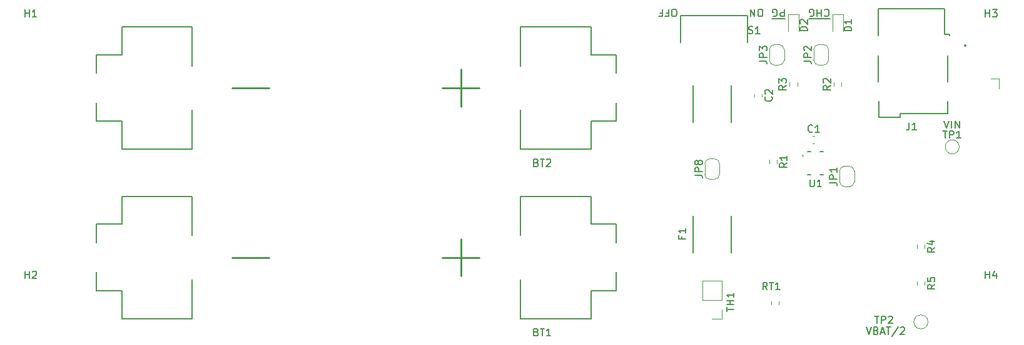
<source format=gbr>
%TF.GenerationSoftware,KiCad,Pcbnew,8.0.5*%
%TF.CreationDate,2024-11-12T19:59:19-08:00*%
%TF.ProjectId,newbatt,6e657762-6174-4742-9e6b-696361645f70,3*%
%TF.SameCoordinates,Original*%
%TF.FileFunction,Legend,Top*%
%TF.FilePolarity,Positive*%
%FSLAX46Y46*%
G04 Gerber Fmt 4.6, Leading zero omitted, Abs format (unit mm)*
G04 Created by KiCad (PCBNEW 8.0.5) date 2024-11-12 19:59:19*
%MOMM*%
%LPD*%
G01*
G04 APERTURE LIST*
%ADD10C,0.250000*%
%ADD11C,0.150000*%
%ADD12C,0.120000*%
%ADD13C,0.127000*%
%ADD14C,0.200000*%
%ADD15C,0.152400*%
G04 APERTURE END LIST*
D10*
X77750000Y-46500000D02*
X77750000Y-51500000D01*
X75250000Y-26000000D02*
X80250000Y-26000000D01*
X46750000Y-49000000D02*
X51750000Y-49000000D01*
X46750000Y-26000000D02*
X51750000Y-26000000D01*
X75250000Y-49000000D02*
X80250000Y-49000000D01*
X77750000Y-23500000D02*
X77750000Y-28500000D01*
D11*
X106702380Y-16295180D02*
X106511904Y-16295180D01*
X106511904Y-16295180D02*
X106416666Y-16247561D01*
X106416666Y-16247561D02*
X106321428Y-16152323D01*
X106321428Y-16152323D02*
X106273809Y-15961847D01*
X106273809Y-15961847D02*
X106273809Y-15628514D01*
X106273809Y-15628514D02*
X106321428Y-15438038D01*
X106321428Y-15438038D02*
X106416666Y-15342800D01*
X106416666Y-15342800D02*
X106511904Y-15295180D01*
X106511904Y-15295180D02*
X106702380Y-15295180D01*
X106702380Y-15295180D02*
X106797618Y-15342800D01*
X106797618Y-15342800D02*
X106892856Y-15438038D01*
X106892856Y-15438038D02*
X106940475Y-15628514D01*
X106940475Y-15628514D02*
X106940475Y-15961847D01*
X106940475Y-15961847D02*
X106892856Y-16152323D01*
X106892856Y-16152323D02*
X106797618Y-16247561D01*
X106797618Y-16247561D02*
X106702380Y-16295180D01*
X105511904Y-15818990D02*
X105845237Y-15818990D01*
X105845237Y-15295180D02*
X105845237Y-16295180D01*
X105845237Y-16295180D02*
X105369047Y-16295180D01*
X104654761Y-15818990D02*
X104988094Y-15818990D01*
X104988094Y-15295180D02*
X104988094Y-16295180D01*
X104988094Y-16295180D02*
X104511904Y-16295180D01*
X132607143Y-58454819D02*
X132940476Y-59454819D01*
X132940476Y-59454819D02*
X133273809Y-58454819D01*
X133940476Y-58931009D02*
X134083333Y-58978628D01*
X134083333Y-58978628D02*
X134130952Y-59026247D01*
X134130952Y-59026247D02*
X134178571Y-59121485D01*
X134178571Y-59121485D02*
X134178571Y-59264342D01*
X134178571Y-59264342D02*
X134130952Y-59359580D01*
X134130952Y-59359580D02*
X134083333Y-59407200D01*
X134083333Y-59407200D02*
X133988095Y-59454819D01*
X133988095Y-59454819D02*
X133607143Y-59454819D01*
X133607143Y-59454819D02*
X133607143Y-58454819D01*
X133607143Y-58454819D02*
X133940476Y-58454819D01*
X133940476Y-58454819D02*
X134035714Y-58502438D01*
X134035714Y-58502438D02*
X134083333Y-58550057D01*
X134083333Y-58550057D02*
X134130952Y-58645295D01*
X134130952Y-58645295D02*
X134130952Y-58740533D01*
X134130952Y-58740533D02*
X134083333Y-58835771D01*
X134083333Y-58835771D02*
X134035714Y-58883390D01*
X134035714Y-58883390D02*
X133940476Y-58931009D01*
X133940476Y-58931009D02*
X133607143Y-58931009D01*
X134559524Y-59169104D02*
X135035714Y-59169104D01*
X134464286Y-59454819D02*
X134797619Y-58454819D01*
X134797619Y-58454819D02*
X135130952Y-59454819D01*
X135321429Y-58454819D02*
X135892857Y-58454819D01*
X135607143Y-59454819D02*
X135607143Y-58454819D01*
X136940476Y-58407200D02*
X136083334Y-59692914D01*
X137226191Y-58550057D02*
X137273810Y-58502438D01*
X137273810Y-58502438D02*
X137369048Y-58454819D01*
X137369048Y-58454819D02*
X137607143Y-58454819D01*
X137607143Y-58454819D02*
X137702381Y-58502438D01*
X137702381Y-58502438D02*
X137750000Y-58550057D01*
X137750000Y-58550057D02*
X137797619Y-58645295D01*
X137797619Y-58645295D02*
X137797619Y-58740533D01*
X137797619Y-58740533D02*
X137750000Y-58883390D01*
X137750000Y-58883390D02*
X137178572Y-59454819D01*
X137178572Y-59454819D02*
X137797619Y-59454819D01*
X126964285Y-15390419D02*
X127011904Y-15342800D01*
X127011904Y-15342800D02*
X127154761Y-15295180D01*
X127154761Y-15295180D02*
X127249999Y-15295180D01*
X127249999Y-15295180D02*
X127392856Y-15342800D01*
X127392856Y-15342800D02*
X127488094Y-15438038D01*
X127488094Y-15438038D02*
X127535713Y-15533276D01*
X127535713Y-15533276D02*
X127583332Y-15723752D01*
X127583332Y-15723752D02*
X127583332Y-15866609D01*
X127583332Y-15866609D02*
X127535713Y-16057085D01*
X127535713Y-16057085D02*
X127488094Y-16152323D01*
X127488094Y-16152323D02*
X127392856Y-16247561D01*
X127392856Y-16247561D02*
X127249999Y-16295180D01*
X127249999Y-16295180D02*
X127154761Y-16295180D01*
X127154761Y-16295180D02*
X127011904Y-16247561D01*
X127011904Y-16247561D02*
X126964285Y-16199942D01*
X126535713Y-15295180D02*
X126535713Y-16295180D01*
X126535713Y-15818990D02*
X125964285Y-15818990D01*
X125964285Y-15295180D02*
X125964285Y-16295180D01*
X124964285Y-16247561D02*
X125059523Y-16295180D01*
X125059523Y-16295180D02*
X125202380Y-16295180D01*
X125202380Y-16295180D02*
X125345237Y-16247561D01*
X125345237Y-16247561D02*
X125440475Y-16152323D01*
X125440475Y-16152323D02*
X125488094Y-16057085D01*
X125488094Y-16057085D02*
X125535713Y-15866609D01*
X125535713Y-15866609D02*
X125535713Y-15723752D01*
X125535713Y-15723752D02*
X125488094Y-15533276D01*
X125488094Y-15533276D02*
X125440475Y-15438038D01*
X125440475Y-15438038D02*
X125345237Y-15342800D01*
X125345237Y-15342800D02*
X125202380Y-15295180D01*
X125202380Y-15295180D02*
X125107142Y-15295180D01*
X125107142Y-15295180D02*
X124964285Y-15342800D01*
X124964285Y-15342800D02*
X124916666Y-15390419D01*
X124916666Y-15390419D02*
X124916666Y-15723752D01*
X124916666Y-15723752D02*
X125107142Y-15723752D01*
X127673809Y-16572800D02*
X124826190Y-16572800D01*
X143154762Y-30454819D02*
X143488095Y-31454819D01*
X143488095Y-31454819D02*
X143821428Y-30454819D01*
X144154762Y-31454819D02*
X144154762Y-30454819D01*
X144630952Y-31454819D02*
X144630952Y-30454819D01*
X144630952Y-30454819D02*
X145202380Y-31454819D01*
X145202380Y-31454819D02*
X145202380Y-30454819D01*
X118369047Y-16295180D02*
X118178571Y-16295180D01*
X118178571Y-16295180D02*
X118083333Y-16247561D01*
X118083333Y-16247561D02*
X117988095Y-16152323D01*
X117988095Y-16152323D02*
X117940476Y-15961847D01*
X117940476Y-15961847D02*
X117940476Y-15628514D01*
X117940476Y-15628514D02*
X117988095Y-15438038D01*
X117988095Y-15438038D02*
X118083333Y-15342800D01*
X118083333Y-15342800D02*
X118178571Y-15295180D01*
X118178571Y-15295180D02*
X118369047Y-15295180D01*
X118369047Y-15295180D02*
X118464285Y-15342800D01*
X118464285Y-15342800D02*
X118559523Y-15438038D01*
X118559523Y-15438038D02*
X118607142Y-15628514D01*
X118607142Y-15628514D02*
X118607142Y-15961847D01*
X118607142Y-15961847D02*
X118559523Y-16152323D01*
X118559523Y-16152323D02*
X118464285Y-16247561D01*
X118464285Y-16247561D02*
X118369047Y-16295180D01*
X117511904Y-15295180D02*
X117511904Y-16295180D01*
X117511904Y-16295180D02*
X116940476Y-15295180D01*
X116940476Y-15295180D02*
X116940476Y-16295180D01*
X121511904Y-15295180D02*
X121511904Y-16295180D01*
X121511904Y-16295180D02*
X121130952Y-16295180D01*
X121130952Y-16295180D02*
X121035714Y-16247561D01*
X121035714Y-16247561D02*
X120988095Y-16199942D01*
X120988095Y-16199942D02*
X120940476Y-16104704D01*
X120940476Y-16104704D02*
X120940476Y-15961847D01*
X120940476Y-15961847D02*
X120988095Y-15866609D01*
X120988095Y-15866609D02*
X121035714Y-15818990D01*
X121035714Y-15818990D02*
X121130952Y-15771371D01*
X121130952Y-15771371D02*
X121511904Y-15771371D01*
X119988095Y-16247561D02*
X120083333Y-16295180D01*
X120083333Y-16295180D02*
X120226190Y-16295180D01*
X120226190Y-16295180D02*
X120369047Y-16247561D01*
X120369047Y-16247561D02*
X120464285Y-16152323D01*
X120464285Y-16152323D02*
X120511904Y-16057085D01*
X120511904Y-16057085D02*
X120559523Y-15866609D01*
X120559523Y-15866609D02*
X120559523Y-15723752D01*
X120559523Y-15723752D02*
X120511904Y-15533276D01*
X120511904Y-15533276D02*
X120464285Y-15438038D01*
X120464285Y-15438038D02*
X120369047Y-15342800D01*
X120369047Y-15342800D02*
X120226190Y-15295180D01*
X120226190Y-15295180D02*
X120130952Y-15295180D01*
X120130952Y-15295180D02*
X119988095Y-15342800D01*
X119988095Y-15342800D02*
X119940476Y-15390419D01*
X119940476Y-15390419D02*
X119940476Y-15723752D01*
X119940476Y-15723752D02*
X120130952Y-15723752D01*
X121650000Y-16572800D02*
X119850000Y-16572800D01*
X133738095Y-56954819D02*
X134309523Y-56954819D01*
X134023809Y-57954819D02*
X134023809Y-56954819D01*
X134642857Y-57954819D02*
X134642857Y-56954819D01*
X134642857Y-56954819D02*
X135023809Y-56954819D01*
X135023809Y-56954819D02*
X135119047Y-57002438D01*
X135119047Y-57002438D02*
X135166666Y-57050057D01*
X135166666Y-57050057D02*
X135214285Y-57145295D01*
X135214285Y-57145295D02*
X135214285Y-57288152D01*
X135214285Y-57288152D02*
X135166666Y-57383390D01*
X135166666Y-57383390D02*
X135119047Y-57431009D01*
X135119047Y-57431009D02*
X135023809Y-57478628D01*
X135023809Y-57478628D02*
X134642857Y-57478628D01*
X135595238Y-57050057D02*
X135642857Y-57002438D01*
X135642857Y-57002438D02*
X135738095Y-56954819D01*
X135738095Y-56954819D02*
X135976190Y-56954819D01*
X135976190Y-56954819D02*
X136071428Y-57002438D01*
X136071428Y-57002438D02*
X136119047Y-57050057D01*
X136119047Y-57050057D02*
X136166666Y-57145295D01*
X136166666Y-57145295D02*
X136166666Y-57240533D01*
X136166666Y-57240533D02*
X136119047Y-57383390D01*
X136119047Y-57383390D02*
X135547619Y-57954819D01*
X135547619Y-57954819D02*
X136166666Y-57954819D01*
X109404819Y-37833333D02*
X110119104Y-37833333D01*
X110119104Y-37833333D02*
X110261961Y-37880952D01*
X110261961Y-37880952D02*
X110357200Y-37976190D01*
X110357200Y-37976190D02*
X110404819Y-38119047D01*
X110404819Y-38119047D02*
X110404819Y-38214285D01*
X110404819Y-37357142D02*
X109404819Y-37357142D01*
X109404819Y-37357142D02*
X109404819Y-36976190D01*
X109404819Y-36976190D02*
X109452438Y-36880952D01*
X109452438Y-36880952D02*
X109500057Y-36833333D01*
X109500057Y-36833333D02*
X109595295Y-36785714D01*
X109595295Y-36785714D02*
X109738152Y-36785714D01*
X109738152Y-36785714D02*
X109833390Y-36833333D01*
X109833390Y-36833333D02*
X109881009Y-36880952D01*
X109881009Y-36880952D02*
X109928628Y-36976190D01*
X109928628Y-36976190D02*
X109928628Y-37357142D01*
X109833390Y-36214285D02*
X109785771Y-36309523D01*
X109785771Y-36309523D02*
X109738152Y-36357142D01*
X109738152Y-36357142D02*
X109642914Y-36404761D01*
X109642914Y-36404761D02*
X109595295Y-36404761D01*
X109595295Y-36404761D02*
X109500057Y-36357142D01*
X109500057Y-36357142D02*
X109452438Y-36309523D01*
X109452438Y-36309523D02*
X109404819Y-36214285D01*
X109404819Y-36214285D02*
X109404819Y-36023809D01*
X109404819Y-36023809D02*
X109452438Y-35928571D01*
X109452438Y-35928571D02*
X109500057Y-35880952D01*
X109500057Y-35880952D02*
X109595295Y-35833333D01*
X109595295Y-35833333D02*
X109642914Y-35833333D01*
X109642914Y-35833333D02*
X109738152Y-35880952D01*
X109738152Y-35880952D02*
X109785771Y-35928571D01*
X109785771Y-35928571D02*
X109833390Y-36023809D01*
X109833390Y-36023809D02*
X109833390Y-36214285D01*
X109833390Y-36214285D02*
X109881009Y-36309523D01*
X109881009Y-36309523D02*
X109928628Y-36357142D01*
X109928628Y-36357142D02*
X110023866Y-36404761D01*
X110023866Y-36404761D02*
X110214342Y-36404761D01*
X110214342Y-36404761D02*
X110309580Y-36357142D01*
X110309580Y-36357142D02*
X110357200Y-36309523D01*
X110357200Y-36309523D02*
X110404819Y-36214285D01*
X110404819Y-36214285D02*
X110404819Y-36023809D01*
X110404819Y-36023809D02*
X110357200Y-35928571D01*
X110357200Y-35928571D02*
X110309580Y-35880952D01*
X110309580Y-35880952D02*
X110214342Y-35833333D01*
X110214342Y-35833333D02*
X110023866Y-35833333D01*
X110023866Y-35833333D02*
X109928628Y-35880952D01*
X109928628Y-35880952D02*
X109881009Y-35928571D01*
X109881009Y-35928571D02*
X109833390Y-36023809D01*
X107666009Y-46138333D02*
X107666009Y-46471666D01*
X108189819Y-46471666D02*
X107189819Y-46471666D01*
X107189819Y-46471666D02*
X107189819Y-45995476D01*
X108189819Y-45090714D02*
X108189819Y-45662142D01*
X108189819Y-45376428D02*
X107189819Y-45376428D01*
X107189819Y-45376428D02*
X107332676Y-45471666D01*
X107332676Y-45471666D02*
X107427914Y-45566904D01*
X107427914Y-45566904D02*
X107475533Y-45662142D01*
X148738095Y-51854819D02*
X148738095Y-50854819D01*
X148738095Y-51331009D02*
X149309523Y-51331009D01*
X149309523Y-51854819D02*
X149309523Y-50854819D01*
X150214285Y-51188152D02*
X150214285Y-51854819D01*
X149976190Y-50807200D02*
X149738095Y-51521485D01*
X149738095Y-51521485D02*
X150357142Y-51521485D01*
X18738095Y-16354819D02*
X18738095Y-15354819D01*
X18738095Y-15831009D02*
X19309523Y-15831009D01*
X19309523Y-16354819D02*
X19309523Y-15354819D01*
X20309523Y-16354819D02*
X19738095Y-16354819D01*
X20023809Y-16354819D02*
X20023809Y-15354819D01*
X20023809Y-15354819D02*
X19928571Y-15497676D01*
X19928571Y-15497676D02*
X19833333Y-15592914D01*
X19833333Y-15592914D02*
X19738095Y-15640533D01*
X116676532Y-18582629D02*
X116819494Y-18630282D01*
X116819494Y-18630282D02*
X117057763Y-18630282D01*
X117057763Y-18630282D02*
X117153071Y-18582629D01*
X117153071Y-18582629D02*
X117200725Y-18534975D01*
X117200725Y-18534975D02*
X117248379Y-18439667D01*
X117248379Y-18439667D02*
X117248379Y-18344359D01*
X117248379Y-18344359D02*
X117200725Y-18249051D01*
X117200725Y-18249051D02*
X117153071Y-18201397D01*
X117153071Y-18201397D02*
X117057763Y-18153743D01*
X117057763Y-18153743D02*
X116867148Y-18106089D01*
X116867148Y-18106089D02*
X116771840Y-18058436D01*
X116771840Y-18058436D02*
X116724186Y-18010782D01*
X116724186Y-18010782D02*
X116676532Y-17915474D01*
X116676532Y-17915474D02*
X116676532Y-17820166D01*
X116676532Y-17820166D02*
X116724186Y-17724858D01*
X116724186Y-17724858D02*
X116771840Y-17677204D01*
X116771840Y-17677204D02*
X116867148Y-17629550D01*
X116867148Y-17629550D02*
X117105417Y-17629550D01*
X117105417Y-17629550D02*
X117248379Y-17677204D01*
X118201457Y-18630282D02*
X117629610Y-18630282D01*
X117915534Y-18630282D02*
X117915534Y-17629550D01*
X117915534Y-17629550D02*
X117820226Y-17772512D01*
X117820226Y-17772512D02*
X117724918Y-17867820D01*
X117724918Y-17867820D02*
X117629610Y-17915474D01*
X127774819Y-25666666D02*
X127298628Y-25999999D01*
X127774819Y-26238094D02*
X126774819Y-26238094D01*
X126774819Y-26238094D02*
X126774819Y-25857142D01*
X126774819Y-25857142D02*
X126822438Y-25761904D01*
X126822438Y-25761904D02*
X126870057Y-25714285D01*
X126870057Y-25714285D02*
X126965295Y-25666666D01*
X126965295Y-25666666D02*
X127108152Y-25666666D01*
X127108152Y-25666666D02*
X127203390Y-25714285D01*
X127203390Y-25714285D02*
X127251009Y-25761904D01*
X127251009Y-25761904D02*
X127298628Y-25857142D01*
X127298628Y-25857142D02*
X127298628Y-26238094D01*
X126870057Y-25285713D02*
X126822438Y-25238094D01*
X126822438Y-25238094D02*
X126774819Y-25142856D01*
X126774819Y-25142856D02*
X126774819Y-24904761D01*
X126774819Y-24904761D02*
X126822438Y-24809523D01*
X126822438Y-24809523D02*
X126870057Y-24761904D01*
X126870057Y-24761904D02*
X126965295Y-24714285D01*
X126965295Y-24714285D02*
X127060533Y-24714285D01*
X127060533Y-24714285D02*
X127203390Y-24761904D01*
X127203390Y-24761904D02*
X127774819Y-25333332D01*
X127774819Y-25333332D02*
X127774819Y-24714285D01*
X87949285Y-36121009D02*
X88092142Y-36168628D01*
X88092142Y-36168628D02*
X88139761Y-36216247D01*
X88139761Y-36216247D02*
X88187380Y-36311485D01*
X88187380Y-36311485D02*
X88187380Y-36454342D01*
X88187380Y-36454342D02*
X88139761Y-36549580D01*
X88139761Y-36549580D02*
X88092142Y-36597200D01*
X88092142Y-36597200D02*
X87996904Y-36644819D01*
X87996904Y-36644819D02*
X87615952Y-36644819D01*
X87615952Y-36644819D02*
X87615952Y-35644819D01*
X87615952Y-35644819D02*
X87949285Y-35644819D01*
X87949285Y-35644819D02*
X88044523Y-35692438D01*
X88044523Y-35692438D02*
X88092142Y-35740057D01*
X88092142Y-35740057D02*
X88139761Y-35835295D01*
X88139761Y-35835295D02*
X88139761Y-35930533D01*
X88139761Y-35930533D02*
X88092142Y-36025771D01*
X88092142Y-36025771D02*
X88044523Y-36073390D01*
X88044523Y-36073390D02*
X87949285Y-36121009D01*
X87949285Y-36121009D02*
X87615952Y-36121009D01*
X88473095Y-35644819D02*
X89044523Y-35644819D01*
X88758809Y-36644819D02*
X88758809Y-35644819D01*
X89330238Y-35740057D02*
X89377857Y-35692438D01*
X89377857Y-35692438D02*
X89473095Y-35644819D01*
X89473095Y-35644819D02*
X89711190Y-35644819D01*
X89711190Y-35644819D02*
X89806428Y-35692438D01*
X89806428Y-35692438D02*
X89854047Y-35740057D01*
X89854047Y-35740057D02*
X89901666Y-35835295D01*
X89901666Y-35835295D02*
X89901666Y-35930533D01*
X89901666Y-35930533D02*
X89854047Y-36073390D01*
X89854047Y-36073390D02*
X89282619Y-36644819D01*
X89282619Y-36644819D02*
X89901666Y-36644819D01*
X87949285Y-59121009D02*
X88092142Y-59168628D01*
X88092142Y-59168628D02*
X88139761Y-59216247D01*
X88139761Y-59216247D02*
X88187380Y-59311485D01*
X88187380Y-59311485D02*
X88187380Y-59454342D01*
X88187380Y-59454342D02*
X88139761Y-59549580D01*
X88139761Y-59549580D02*
X88092142Y-59597200D01*
X88092142Y-59597200D02*
X87996904Y-59644819D01*
X87996904Y-59644819D02*
X87615952Y-59644819D01*
X87615952Y-59644819D02*
X87615952Y-58644819D01*
X87615952Y-58644819D02*
X87949285Y-58644819D01*
X87949285Y-58644819D02*
X88044523Y-58692438D01*
X88044523Y-58692438D02*
X88092142Y-58740057D01*
X88092142Y-58740057D02*
X88139761Y-58835295D01*
X88139761Y-58835295D02*
X88139761Y-58930533D01*
X88139761Y-58930533D02*
X88092142Y-59025771D01*
X88092142Y-59025771D02*
X88044523Y-59073390D01*
X88044523Y-59073390D02*
X87949285Y-59121009D01*
X87949285Y-59121009D02*
X87615952Y-59121009D01*
X88473095Y-58644819D02*
X89044523Y-58644819D01*
X88758809Y-59644819D02*
X88758809Y-58644819D01*
X89901666Y-59644819D02*
X89330238Y-59644819D01*
X89615952Y-59644819D02*
X89615952Y-58644819D01*
X89615952Y-58644819D02*
X89520714Y-58787676D01*
X89520714Y-58787676D02*
X89425476Y-58882914D01*
X89425476Y-58882914D02*
X89330238Y-58930533D01*
X127654819Y-38833333D02*
X128369104Y-38833333D01*
X128369104Y-38833333D02*
X128511961Y-38880952D01*
X128511961Y-38880952D02*
X128607200Y-38976190D01*
X128607200Y-38976190D02*
X128654819Y-39119047D01*
X128654819Y-39119047D02*
X128654819Y-39214285D01*
X128654819Y-38357142D02*
X127654819Y-38357142D01*
X127654819Y-38357142D02*
X127654819Y-37976190D01*
X127654819Y-37976190D02*
X127702438Y-37880952D01*
X127702438Y-37880952D02*
X127750057Y-37833333D01*
X127750057Y-37833333D02*
X127845295Y-37785714D01*
X127845295Y-37785714D02*
X127988152Y-37785714D01*
X127988152Y-37785714D02*
X128083390Y-37833333D01*
X128083390Y-37833333D02*
X128131009Y-37880952D01*
X128131009Y-37880952D02*
X128178628Y-37976190D01*
X128178628Y-37976190D02*
X128178628Y-38357142D01*
X128654819Y-36833333D02*
X128654819Y-37404761D01*
X128654819Y-37119047D02*
X127654819Y-37119047D01*
X127654819Y-37119047D02*
X127797676Y-37214285D01*
X127797676Y-37214285D02*
X127892914Y-37309523D01*
X127892914Y-37309523D02*
X127940533Y-37404761D01*
X148738095Y-16354819D02*
X148738095Y-15354819D01*
X148738095Y-15831009D02*
X149309523Y-15831009D01*
X149309523Y-16354819D02*
X149309523Y-15354819D01*
X149690476Y-15354819D02*
X150309523Y-15354819D01*
X150309523Y-15354819D02*
X149976190Y-15735771D01*
X149976190Y-15735771D02*
X150119047Y-15735771D01*
X150119047Y-15735771D02*
X150214285Y-15783390D01*
X150214285Y-15783390D02*
X150261904Y-15831009D01*
X150261904Y-15831009D02*
X150309523Y-15926247D01*
X150309523Y-15926247D02*
X150309523Y-16164342D01*
X150309523Y-16164342D02*
X150261904Y-16259580D01*
X150261904Y-16259580D02*
X150214285Y-16307200D01*
X150214285Y-16307200D02*
X150119047Y-16354819D01*
X150119047Y-16354819D02*
X149833333Y-16354819D01*
X149833333Y-16354819D02*
X149738095Y-16307200D01*
X149738095Y-16307200D02*
X149690476Y-16259580D01*
X119789580Y-27191666D02*
X119837200Y-27239285D01*
X119837200Y-27239285D02*
X119884819Y-27382142D01*
X119884819Y-27382142D02*
X119884819Y-27477380D01*
X119884819Y-27477380D02*
X119837200Y-27620237D01*
X119837200Y-27620237D02*
X119741961Y-27715475D01*
X119741961Y-27715475D02*
X119646723Y-27763094D01*
X119646723Y-27763094D02*
X119456247Y-27810713D01*
X119456247Y-27810713D02*
X119313390Y-27810713D01*
X119313390Y-27810713D02*
X119122914Y-27763094D01*
X119122914Y-27763094D02*
X119027676Y-27715475D01*
X119027676Y-27715475D02*
X118932438Y-27620237D01*
X118932438Y-27620237D02*
X118884819Y-27477380D01*
X118884819Y-27477380D02*
X118884819Y-27382142D01*
X118884819Y-27382142D02*
X118932438Y-27239285D01*
X118932438Y-27239285D02*
X118980057Y-27191666D01*
X118980057Y-26810713D02*
X118932438Y-26763094D01*
X118932438Y-26763094D02*
X118884819Y-26667856D01*
X118884819Y-26667856D02*
X118884819Y-26429761D01*
X118884819Y-26429761D02*
X118932438Y-26334523D01*
X118932438Y-26334523D02*
X118980057Y-26286904D01*
X118980057Y-26286904D02*
X119075295Y-26239285D01*
X119075295Y-26239285D02*
X119170533Y-26239285D01*
X119170533Y-26239285D02*
X119313390Y-26286904D01*
X119313390Y-26286904D02*
X119884819Y-26858332D01*
X119884819Y-26858332D02*
X119884819Y-26239285D01*
X125333333Y-31929580D02*
X125285714Y-31977200D01*
X125285714Y-31977200D02*
X125142857Y-32024819D01*
X125142857Y-32024819D02*
X125047619Y-32024819D01*
X125047619Y-32024819D02*
X124904762Y-31977200D01*
X124904762Y-31977200D02*
X124809524Y-31881961D01*
X124809524Y-31881961D02*
X124761905Y-31786723D01*
X124761905Y-31786723D02*
X124714286Y-31596247D01*
X124714286Y-31596247D02*
X124714286Y-31453390D01*
X124714286Y-31453390D02*
X124761905Y-31262914D01*
X124761905Y-31262914D02*
X124809524Y-31167676D01*
X124809524Y-31167676D02*
X124904762Y-31072438D01*
X124904762Y-31072438D02*
X125047619Y-31024819D01*
X125047619Y-31024819D02*
X125142857Y-31024819D01*
X125142857Y-31024819D02*
X125285714Y-31072438D01*
X125285714Y-31072438D02*
X125333333Y-31120057D01*
X126285714Y-32024819D02*
X125714286Y-32024819D01*
X126000000Y-32024819D02*
X126000000Y-31024819D01*
X126000000Y-31024819D02*
X125904762Y-31167676D01*
X125904762Y-31167676D02*
X125809524Y-31262914D01*
X125809524Y-31262914D02*
X125714286Y-31310533D01*
X121884819Y-36166666D02*
X121408628Y-36499999D01*
X121884819Y-36738094D02*
X120884819Y-36738094D01*
X120884819Y-36738094D02*
X120884819Y-36357142D01*
X120884819Y-36357142D02*
X120932438Y-36261904D01*
X120932438Y-36261904D02*
X120980057Y-36214285D01*
X120980057Y-36214285D02*
X121075295Y-36166666D01*
X121075295Y-36166666D02*
X121218152Y-36166666D01*
X121218152Y-36166666D02*
X121313390Y-36214285D01*
X121313390Y-36214285D02*
X121361009Y-36261904D01*
X121361009Y-36261904D02*
X121408628Y-36357142D01*
X121408628Y-36357142D02*
X121408628Y-36738094D01*
X121884819Y-35214285D02*
X121884819Y-35785713D01*
X121884819Y-35499999D02*
X120884819Y-35499999D01*
X120884819Y-35499999D02*
X121027676Y-35595237D01*
X121027676Y-35595237D02*
X121122914Y-35690475D01*
X121122914Y-35690475D02*
X121170533Y-35785713D01*
X118154819Y-22333333D02*
X118869104Y-22333333D01*
X118869104Y-22333333D02*
X119011961Y-22380952D01*
X119011961Y-22380952D02*
X119107200Y-22476190D01*
X119107200Y-22476190D02*
X119154819Y-22619047D01*
X119154819Y-22619047D02*
X119154819Y-22714285D01*
X119154819Y-21857142D02*
X118154819Y-21857142D01*
X118154819Y-21857142D02*
X118154819Y-21476190D01*
X118154819Y-21476190D02*
X118202438Y-21380952D01*
X118202438Y-21380952D02*
X118250057Y-21333333D01*
X118250057Y-21333333D02*
X118345295Y-21285714D01*
X118345295Y-21285714D02*
X118488152Y-21285714D01*
X118488152Y-21285714D02*
X118583390Y-21333333D01*
X118583390Y-21333333D02*
X118631009Y-21380952D01*
X118631009Y-21380952D02*
X118678628Y-21476190D01*
X118678628Y-21476190D02*
X118678628Y-21857142D01*
X118154819Y-20952380D02*
X118154819Y-20333333D01*
X118154819Y-20333333D02*
X118535771Y-20666666D01*
X118535771Y-20666666D02*
X118535771Y-20523809D01*
X118535771Y-20523809D02*
X118583390Y-20428571D01*
X118583390Y-20428571D02*
X118631009Y-20380952D01*
X118631009Y-20380952D02*
X118726247Y-20333333D01*
X118726247Y-20333333D02*
X118964342Y-20333333D01*
X118964342Y-20333333D02*
X119059580Y-20380952D01*
X119059580Y-20380952D02*
X119107200Y-20428571D01*
X119107200Y-20428571D02*
X119154819Y-20523809D01*
X119154819Y-20523809D02*
X119154819Y-20809523D01*
X119154819Y-20809523D02*
X119107200Y-20904761D01*
X119107200Y-20904761D02*
X119059580Y-20952380D01*
X142988095Y-31806819D02*
X143559523Y-31806819D01*
X143273809Y-32806819D02*
X143273809Y-31806819D01*
X143892857Y-32806819D02*
X143892857Y-31806819D01*
X143892857Y-31806819D02*
X144273809Y-31806819D01*
X144273809Y-31806819D02*
X144369047Y-31854438D01*
X144369047Y-31854438D02*
X144416666Y-31902057D01*
X144416666Y-31902057D02*
X144464285Y-31997295D01*
X144464285Y-31997295D02*
X144464285Y-32140152D01*
X144464285Y-32140152D02*
X144416666Y-32235390D01*
X144416666Y-32235390D02*
X144369047Y-32283009D01*
X144369047Y-32283009D02*
X144273809Y-32330628D01*
X144273809Y-32330628D02*
X143892857Y-32330628D01*
X145416666Y-32806819D02*
X144845238Y-32806819D01*
X145130952Y-32806819D02*
X145130952Y-31806819D01*
X145130952Y-31806819D02*
X145035714Y-31949676D01*
X145035714Y-31949676D02*
X144940476Y-32044914D01*
X144940476Y-32044914D02*
X144845238Y-32092533D01*
X124634819Y-18238094D02*
X123634819Y-18238094D01*
X123634819Y-18238094D02*
X123634819Y-17999999D01*
X123634819Y-17999999D02*
X123682438Y-17857142D01*
X123682438Y-17857142D02*
X123777676Y-17761904D01*
X123777676Y-17761904D02*
X123872914Y-17714285D01*
X123872914Y-17714285D02*
X124063390Y-17666666D01*
X124063390Y-17666666D02*
X124206247Y-17666666D01*
X124206247Y-17666666D02*
X124396723Y-17714285D01*
X124396723Y-17714285D02*
X124491961Y-17761904D01*
X124491961Y-17761904D02*
X124587200Y-17857142D01*
X124587200Y-17857142D02*
X124634819Y-17999999D01*
X124634819Y-17999999D02*
X124634819Y-18238094D01*
X123730057Y-17285713D02*
X123682438Y-17238094D01*
X123682438Y-17238094D02*
X123634819Y-17142856D01*
X123634819Y-17142856D02*
X123634819Y-16904761D01*
X123634819Y-16904761D02*
X123682438Y-16809523D01*
X123682438Y-16809523D02*
X123730057Y-16761904D01*
X123730057Y-16761904D02*
X123825295Y-16714285D01*
X123825295Y-16714285D02*
X123920533Y-16714285D01*
X123920533Y-16714285D02*
X124063390Y-16761904D01*
X124063390Y-16761904D02*
X124634819Y-17333332D01*
X124634819Y-17333332D02*
X124634819Y-16714285D01*
X119202380Y-53379819D02*
X118869047Y-52903628D01*
X118630952Y-53379819D02*
X118630952Y-52379819D01*
X118630952Y-52379819D02*
X119011904Y-52379819D01*
X119011904Y-52379819D02*
X119107142Y-52427438D01*
X119107142Y-52427438D02*
X119154761Y-52475057D01*
X119154761Y-52475057D02*
X119202380Y-52570295D01*
X119202380Y-52570295D02*
X119202380Y-52713152D01*
X119202380Y-52713152D02*
X119154761Y-52808390D01*
X119154761Y-52808390D02*
X119107142Y-52856009D01*
X119107142Y-52856009D02*
X119011904Y-52903628D01*
X119011904Y-52903628D02*
X118630952Y-52903628D01*
X119488095Y-52379819D02*
X120059523Y-52379819D01*
X119773809Y-53379819D02*
X119773809Y-52379819D01*
X120916666Y-53379819D02*
X120345238Y-53379819D01*
X120630952Y-53379819D02*
X120630952Y-52379819D01*
X120630952Y-52379819D02*
X120535714Y-52522676D01*
X120535714Y-52522676D02*
X120440476Y-52617914D01*
X120440476Y-52617914D02*
X120345238Y-52665533D01*
X138416666Y-30704819D02*
X138416666Y-31419104D01*
X138416666Y-31419104D02*
X138369047Y-31561961D01*
X138369047Y-31561961D02*
X138273809Y-31657200D01*
X138273809Y-31657200D02*
X138130952Y-31704819D01*
X138130952Y-31704819D02*
X138035714Y-31704819D01*
X139416666Y-31704819D02*
X138845238Y-31704819D01*
X139130952Y-31704819D02*
X139130952Y-30704819D01*
X139130952Y-30704819D02*
X139035714Y-30847676D01*
X139035714Y-30847676D02*
X138940476Y-30942914D01*
X138940476Y-30942914D02*
X138845238Y-30990533D01*
X124988095Y-38417419D02*
X124988095Y-39226942D01*
X124988095Y-39226942D02*
X125035714Y-39322180D01*
X125035714Y-39322180D02*
X125083333Y-39369800D01*
X125083333Y-39369800D02*
X125178571Y-39417419D01*
X125178571Y-39417419D02*
X125369047Y-39417419D01*
X125369047Y-39417419D02*
X125464285Y-39369800D01*
X125464285Y-39369800D02*
X125511904Y-39322180D01*
X125511904Y-39322180D02*
X125559523Y-39226942D01*
X125559523Y-39226942D02*
X125559523Y-38417419D01*
X126559523Y-39417419D02*
X125988095Y-39417419D01*
X126273809Y-39417419D02*
X126273809Y-38417419D01*
X126273809Y-38417419D02*
X126178571Y-38560276D01*
X126178571Y-38560276D02*
X126083333Y-38655514D01*
X126083333Y-38655514D02*
X125988095Y-38703133D01*
X121774819Y-25666666D02*
X121298628Y-25999999D01*
X121774819Y-26238094D02*
X120774819Y-26238094D01*
X120774819Y-26238094D02*
X120774819Y-25857142D01*
X120774819Y-25857142D02*
X120822438Y-25761904D01*
X120822438Y-25761904D02*
X120870057Y-25714285D01*
X120870057Y-25714285D02*
X120965295Y-25666666D01*
X120965295Y-25666666D02*
X121108152Y-25666666D01*
X121108152Y-25666666D02*
X121203390Y-25714285D01*
X121203390Y-25714285D02*
X121251009Y-25761904D01*
X121251009Y-25761904D02*
X121298628Y-25857142D01*
X121298628Y-25857142D02*
X121298628Y-26238094D01*
X120774819Y-25333332D02*
X120774819Y-24714285D01*
X120774819Y-24714285D02*
X121155771Y-25047618D01*
X121155771Y-25047618D02*
X121155771Y-24904761D01*
X121155771Y-24904761D02*
X121203390Y-24809523D01*
X121203390Y-24809523D02*
X121251009Y-24761904D01*
X121251009Y-24761904D02*
X121346247Y-24714285D01*
X121346247Y-24714285D02*
X121584342Y-24714285D01*
X121584342Y-24714285D02*
X121679580Y-24761904D01*
X121679580Y-24761904D02*
X121727200Y-24809523D01*
X121727200Y-24809523D02*
X121774819Y-24904761D01*
X121774819Y-24904761D02*
X121774819Y-25190475D01*
X121774819Y-25190475D02*
X121727200Y-25285713D01*
X121727200Y-25285713D02*
X121679580Y-25333332D01*
X124154819Y-22333333D02*
X124869104Y-22333333D01*
X124869104Y-22333333D02*
X125011961Y-22380952D01*
X125011961Y-22380952D02*
X125107200Y-22476190D01*
X125107200Y-22476190D02*
X125154819Y-22619047D01*
X125154819Y-22619047D02*
X125154819Y-22714285D01*
X125154819Y-21857142D02*
X124154819Y-21857142D01*
X124154819Y-21857142D02*
X124154819Y-21476190D01*
X124154819Y-21476190D02*
X124202438Y-21380952D01*
X124202438Y-21380952D02*
X124250057Y-21333333D01*
X124250057Y-21333333D02*
X124345295Y-21285714D01*
X124345295Y-21285714D02*
X124488152Y-21285714D01*
X124488152Y-21285714D02*
X124583390Y-21333333D01*
X124583390Y-21333333D02*
X124631009Y-21380952D01*
X124631009Y-21380952D02*
X124678628Y-21476190D01*
X124678628Y-21476190D02*
X124678628Y-21857142D01*
X124250057Y-20904761D02*
X124202438Y-20857142D01*
X124202438Y-20857142D02*
X124154819Y-20761904D01*
X124154819Y-20761904D02*
X124154819Y-20523809D01*
X124154819Y-20523809D02*
X124202438Y-20428571D01*
X124202438Y-20428571D02*
X124250057Y-20380952D01*
X124250057Y-20380952D02*
X124345295Y-20333333D01*
X124345295Y-20333333D02*
X124440533Y-20333333D01*
X124440533Y-20333333D02*
X124583390Y-20380952D01*
X124583390Y-20380952D02*
X125154819Y-20952380D01*
X125154819Y-20952380D02*
X125154819Y-20333333D01*
X130634819Y-18238094D02*
X129634819Y-18238094D01*
X129634819Y-18238094D02*
X129634819Y-17999999D01*
X129634819Y-17999999D02*
X129682438Y-17857142D01*
X129682438Y-17857142D02*
X129777676Y-17761904D01*
X129777676Y-17761904D02*
X129872914Y-17714285D01*
X129872914Y-17714285D02*
X130063390Y-17666666D01*
X130063390Y-17666666D02*
X130206247Y-17666666D01*
X130206247Y-17666666D02*
X130396723Y-17714285D01*
X130396723Y-17714285D02*
X130491961Y-17761904D01*
X130491961Y-17761904D02*
X130587200Y-17857142D01*
X130587200Y-17857142D02*
X130634819Y-17999999D01*
X130634819Y-17999999D02*
X130634819Y-18238094D01*
X130634819Y-16714285D02*
X130634819Y-17285713D01*
X130634819Y-16999999D02*
X129634819Y-16999999D01*
X129634819Y-16999999D02*
X129777676Y-17095237D01*
X129777676Y-17095237D02*
X129872914Y-17190475D01*
X129872914Y-17190475D02*
X129920533Y-17285713D01*
X113704819Y-56310713D02*
X113704819Y-55739285D01*
X114704819Y-56024999D02*
X113704819Y-56024999D01*
X114704819Y-55405951D02*
X113704819Y-55405951D01*
X114181009Y-55405951D02*
X114181009Y-54834523D01*
X114704819Y-54834523D02*
X113704819Y-54834523D01*
X114704819Y-53834523D02*
X114704819Y-54405951D01*
X114704819Y-54120237D02*
X113704819Y-54120237D01*
X113704819Y-54120237D02*
X113847676Y-54215475D01*
X113847676Y-54215475D02*
X113942914Y-54310713D01*
X113942914Y-54310713D02*
X113990533Y-54405951D01*
X141884819Y-47666666D02*
X141408628Y-47999999D01*
X141884819Y-48238094D02*
X140884819Y-48238094D01*
X140884819Y-48238094D02*
X140884819Y-47857142D01*
X140884819Y-47857142D02*
X140932438Y-47761904D01*
X140932438Y-47761904D02*
X140980057Y-47714285D01*
X140980057Y-47714285D02*
X141075295Y-47666666D01*
X141075295Y-47666666D02*
X141218152Y-47666666D01*
X141218152Y-47666666D02*
X141313390Y-47714285D01*
X141313390Y-47714285D02*
X141361009Y-47761904D01*
X141361009Y-47761904D02*
X141408628Y-47857142D01*
X141408628Y-47857142D02*
X141408628Y-48238094D01*
X141218152Y-46809523D02*
X141884819Y-46809523D01*
X140837200Y-47047618D02*
X141551485Y-47285713D01*
X141551485Y-47285713D02*
X141551485Y-46666666D01*
X141884819Y-52666666D02*
X141408628Y-52999999D01*
X141884819Y-53238094D02*
X140884819Y-53238094D01*
X140884819Y-53238094D02*
X140884819Y-52857142D01*
X140884819Y-52857142D02*
X140932438Y-52761904D01*
X140932438Y-52761904D02*
X140980057Y-52714285D01*
X140980057Y-52714285D02*
X141075295Y-52666666D01*
X141075295Y-52666666D02*
X141218152Y-52666666D01*
X141218152Y-52666666D02*
X141313390Y-52714285D01*
X141313390Y-52714285D02*
X141361009Y-52761904D01*
X141361009Y-52761904D02*
X141408628Y-52857142D01*
X141408628Y-52857142D02*
X141408628Y-53238094D01*
X140884819Y-51761904D02*
X140884819Y-52238094D01*
X140884819Y-52238094D02*
X141361009Y-52285713D01*
X141361009Y-52285713D02*
X141313390Y-52238094D01*
X141313390Y-52238094D02*
X141265771Y-52142856D01*
X141265771Y-52142856D02*
X141265771Y-51904761D01*
X141265771Y-51904761D02*
X141313390Y-51809523D01*
X141313390Y-51809523D02*
X141361009Y-51761904D01*
X141361009Y-51761904D02*
X141456247Y-51714285D01*
X141456247Y-51714285D02*
X141694342Y-51714285D01*
X141694342Y-51714285D02*
X141789580Y-51761904D01*
X141789580Y-51761904D02*
X141837200Y-51809523D01*
X141837200Y-51809523D02*
X141884819Y-51904761D01*
X141884819Y-51904761D02*
X141884819Y-52142856D01*
X141884819Y-52142856D02*
X141837200Y-52238094D01*
X141837200Y-52238094D02*
X141789580Y-52285713D01*
X18738095Y-51854819D02*
X18738095Y-50854819D01*
X18738095Y-51331009D02*
X19309523Y-51331009D01*
X19309523Y-51854819D02*
X19309523Y-50854819D01*
X19738095Y-50950057D02*
X19785714Y-50902438D01*
X19785714Y-50902438D02*
X19880952Y-50854819D01*
X19880952Y-50854819D02*
X20119047Y-50854819D01*
X20119047Y-50854819D02*
X20214285Y-50902438D01*
X20214285Y-50902438D02*
X20261904Y-50950057D01*
X20261904Y-50950057D02*
X20309523Y-51045295D01*
X20309523Y-51045295D02*
X20309523Y-51140533D01*
X20309523Y-51140533D02*
X20261904Y-51283390D01*
X20261904Y-51283390D02*
X19690476Y-51854819D01*
X19690476Y-51854819D02*
X20309523Y-51854819D01*
D12*
%TO.C,TP2*%
X140950000Y-57750000D02*
G75*
G02*
X139050000Y-57750000I-950000J0D01*
G01*
X139050000Y-57750000D02*
G75*
G02*
X140950000Y-57750000I950000J0D01*
G01*
%TO.C,JP8*%
X110750000Y-37700000D02*
X110750000Y-36300000D01*
X111450000Y-35600000D02*
X112050000Y-35600000D01*
X112050000Y-38400000D02*
X111450000Y-38400000D01*
X112750000Y-36300000D02*
X112750000Y-37700000D01*
X110750000Y-36300000D02*
G75*
G02*
X111450000Y-35600000I700000J0D01*
G01*
X111450000Y-38400000D02*
G75*
G02*
X110750000Y-37700000I-1J699999D01*
G01*
X112050000Y-35600000D02*
G75*
G02*
X112750000Y-36300000I0J-700000D01*
G01*
X112750000Y-37700000D02*
G75*
G02*
X112050000Y-38400000I-699999J-1D01*
G01*
D13*
%TO.C,F1*%
X109145000Y-30650000D02*
X109145000Y-25650000D01*
X109145000Y-48350000D02*
X109145000Y-43350000D01*
X114355000Y-25650000D02*
X114355000Y-30650000D01*
X114355000Y-43350000D02*
X114355000Y-48350000D01*
%TO.C,S1*%
X107500000Y-19800000D02*
X107500000Y-16200000D01*
X116500000Y-16200000D02*
X107500000Y-16200000D01*
X116500000Y-19800000D02*
X116500000Y-16200000D01*
D12*
%TO.C,R2*%
X128227500Y-25737258D02*
X128227500Y-25262742D01*
X129272500Y-25737258D02*
X129272500Y-25262742D01*
D13*
%TO.C,BT2*%
X28385000Y-21500000D02*
X28385000Y-24000000D01*
X28385000Y-21500000D02*
X31835000Y-21500000D01*
X28385000Y-30500000D02*
X28385000Y-28000000D01*
X28385000Y-30500000D02*
X31835000Y-30500000D01*
X31835000Y-17700000D02*
X41385000Y-17700000D01*
X31835000Y-21500000D02*
X31835000Y-17700000D01*
X31835000Y-30500000D02*
X31835000Y-34300000D01*
X31835000Y-34300000D02*
X41385000Y-34300000D01*
X41385000Y-17700000D02*
X41385000Y-23000000D01*
X41385000Y-34300000D02*
X41385000Y-29000000D01*
X85785000Y-17700000D02*
X85785000Y-23000000D01*
X85785000Y-34300000D02*
X85785000Y-29000000D01*
X95335000Y-17700000D02*
X85785000Y-17700000D01*
X95335000Y-21500000D02*
X95335000Y-17700000D01*
X95335000Y-30500000D02*
X95335000Y-34300000D01*
X95335000Y-34300000D02*
X85785000Y-34300000D01*
X98785000Y-21500000D02*
X95335000Y-21500000D01*
X98785000Y-21500000D02*
X98785000Y-24000000D01*
X98785000Y-30500000D02*
X95335000Y-30500000D01*
X98785000Y-30500000D02*
X98785000Y-28000000D01*
%TO.C,BT1*%
X28385000Y-44500000D02*
X28385000Y-47000000D01*
X28385000Y-44500000D02*
X31835000Y-44500000D01*
X28385000Y-53500000D02*
X28385000Y-51000000D01*
X28385000Y-53500000D02*
X31835000Y-53500000D01*
X31835000Y-40700000D02*
X41385000Y-40700000D01*
X31835000Y-44500000D02*
X31835000Y-40700000D01*
X31835000Y-53500000D02*
X31835000Y-57300000D01*
X31835000Y-57300000D02*
X41385000Y-57300000D01*
X41385000Y-40700000D02*
X41385000Y-46000000D01*
X41385000Y-57300000D02*
X41385000Y-52000000D01*
X85785000Y-40700000D02*
X85785000Y-46000000D01*
X85785000Y-57300000D02*
X85785000Y-52000000D01*
X95335000Y-40700000D02*
X85785000Y-40700000D01*
X95335000Y-44500000D02*
X95335000Y-40700000D01*
X95335000Y-53500000D02*
X95335000Y-57300000D01*
X95335000Y-57300000D02*
X85785000Y-57300000D01*
X98785000Y-44500000D02*
X95335000Y-44500000D01*
X98785000Y-44500000D02*
X98785000Y-47000000D01*
X98785000Y-53500000D02*
X95335000Y-53500000D01*
X98785000Y-53500000D02*
X98785000Y-51000000D01*
D12*
%TO.C,JP1*%
X129000000Y-38700000D02*
X129000000Y-37300000D01*
X129700000Y-36600000D02*
X130300000Y-36600000D01*
X130300000Y-39400000D02*
X129700000Y-39400000D01*
X131000000Y-37300000D02*
X131000000Y-38700000D01*
X129000000Y-37300000D02*
G75*
G02*
X129700000Y-36600000I700000J0D01*
G01*
X129700000Y-39400000D02*
G75*
G02*
X129000000Y-38700000I-1J699999D01*
G01*
X130300000Y-36600000D02*
G75*
G02*
X131000000Y-37300000I0J-700000D01*
G01*
X131000000Y-38700000D02*
G75*
G02*
X130300000Y-39400000I-699999J-1D01*
G01*
%TO.C,C2*%
X117490000Y-26884420D02*
X117490000Y-27165580D01*
X118510000Y-26884420D02*
X118510000Y-27165580D01*
%TO.C,C1*%
X125359420Y-32490000D02*
X125640580Y-32490000D01*
X125359420Y-33510000D02*
X125640580Y-33510000D01*
%TO.C,R1*%
X119477500Y-35762742D02*
X119477500Y-36237258D01*
X120522500Y-35762742D02*
X120522500Y-36237258D01*
%TO.C,J2*%
X149500000Y-24740000D02*
X150610000Y-24740000D01*
X150610000Y-24740000D02*
X150610000Y-26070000D01*
%TO.C,JP3*%
X119500000Y-22200000D02*
X119500000Y-20800000D01*
X120200000Y-20100000D02*
X120800000Y-20100000D01*
X120800000Y-22900000D02*
X120200000Y-22900000D01*
X121500000Y-20800000D02*
X121500000Y-22200000D01*
X119500000Y-20800000D02*
G75*
G02*
X120200000Y-20100000I700000J0D01*
G01*
X120200000Y-22900000D02*
G75*
G02*
X119500000Y-22200000I-1J699999D01*
G01*
X120800000Y-20100000D02*
G75*
G02*
X121500000Y-20800000I0J-700000D01*
G01*
X121500000Y-22200000D02*
G75*
G02*
X120800000Y-22900000I-699999J-1D01*
G01*
%TO.C,TP1*%
X145200000Y-34000000D02*
G75*
G02*
X143300000Y-34000000I-950000J0D01*
G01*
X143300000Y-34000000D02*
G75*
G02*
X145200000Y-34000000I950000J0D01*
G01*
%TO.C,D2*%
X122015000Y-16015000D02*
X122015000Y-18300000D01*
X123485000Y-16015000D02*
X122015000Y-16015000D01*
X123485000Y-18300000D02*
X123485000Y-16015000D01*
%TO.C,RT1*%
X119727500Y-54937742D02*
X119727500Y-55412258D01*
X120772500Y-54937742D02*
X120772500Y-55412258D01*
D13*
%TO.C,J1*%
X134250000Y-15250000D02*
X134250000Y-18930000D01*
X134250000Y-25130000D02*
X134250000Y-21570000D01*
X134350000Y-29950000D02*
X134350000Y-27770000D01*
X137200000Y-29950000D02*
X134350000Y-29950000D01*
X137200000Y-29950000D02*
X137200000Y-29450000D01*
X143250000Y-15250000D02*
X134250000Y-15250000D01*
X143250000Y-15250000D02*
X143250000Y-18750000D01*
X143600000Y-25130000D02*
X143600000Y-21570000D01*
X143600000Y-27770000D02*
X143600000Y-29450000D01*
X143600000Y-29450000D02*
X137200000Y-29450000D01*
X143850000Y-18750000D02*
X143250000Y-18750000D01*
X143850000Y-18750000D02*
X143850000Y-18930000D01*
D14*
X146100000Y-20250000D02*
G75*
G02*
X145900000Y-20250000I-100000J0D01*
G01*
X145900000Y-20250000D02*
G75*
G02*
X146100000Y-20250000I100000J0D01*
G01*
D15*
%TO.C,U1*%
X124695900Y-37762000D02*
X125120747Y-37762000D01*
X125120747Y-34663200D02*
X124695900Y-34663200D01*
X126379253Y-37762000D02*
X126804100Y-37762000D01*
X126804100Y-34663200D02*
X126379253Y-34663200D01*
X124058360Y-35286429D02*
G75*
G02*
X124058360Y-35138771I-18860J73829D01*
G01*
D12*
%TO.C,R3*%
X122227500Y-25737258D02*
X122227500Y-25262742D01*
X123272500Y-25737258D02*
X123272500Y-25262742D01*
%TO.C,JP2*%
X125500000Y-22200000D02*
X125500000Y-20800000D01*
X126200000Y-20100000D02*
X126800000Y-20100000D01*
X126800000Y-22900000D02*
X126200000Y-22900000D01*
X127500000Y-20800000D02*
X127500000Y-22200000D01*
X125500000Y-20800000D02*
G75*
G02*
X126200000Y-20100000I700000J0D01*
G01*
X126200000Y-22900000D02*
G75*
G02*
X125500000Y-22200000I-1J699999D01*
G01*
X126800000Y-20100000D02*
G75*
G02*
X127500000Y-20800000I0J-700000D01*
G01*
X127500000Y-22200000D02*
G75*
G02*
X126800000Y-22900000I-699999J-1D01*
G01*
%TO.C,D1*%
X128015000Y-16015000D02*
X128015000Y-18300000D01*
X129485000Y-16015000D02*
X128015000Y-16015000D01*
X129485000Y-18300000D02*
X129485000Y-16015000D01*
%TO.C,TH1*%
X110420000Y-54755000D02*
X110420000Y-52155000D01*
X113080000Y-52155000D02*
X110420000Y-52155000D01*
X113080000Y-54755000D02*
X110420000Y-54755000D01*
X113080000Y-54755000D02*
X113080000Y-52155000D01*
X113080000Y-56025000D02*
X113080000Y-57355000D01*
X113080000Y-57355000D02*
X111750000Y-57355000D01*
%TO.C,R4*%
X139477500Y-47262742D02*
X139477500Y-47737258D01*
X140522500Y-47262742D02*
X140522500Y-47737258D01*
%TO.C,R5*%
X139477500Y-52262742D02*
X139477500Y-52737258D01*
X140522500Y-52262742D02*
X140522500Y-52737258D01*
%TD*%
M02*

</source>
